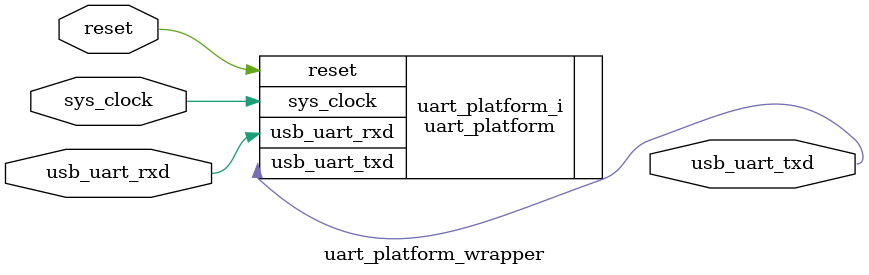
<source format=v>
`timescale 1 ps / 1 ps

module uart_platform_wrapper
   (reset,
    sys_clock,
    usb_uart_rxd,
    usb_uart_txd);
  input reset;
  input sys_clock;
  input usb_uart_rxd;
  output usb_uart_txd;

  wire reset;
  wire sys_clock;
  wire usb_uart_rxd;
  wire usb_uart_txd;

  uart_platform uart_platform_i
       (.reset(reset),
        .sys_clock(sys_clock),
        .usb_uart_rxd(usb_uart_rxd),
        .usb_uart_txd(usb_uart_txd));
endmodule

</source>
